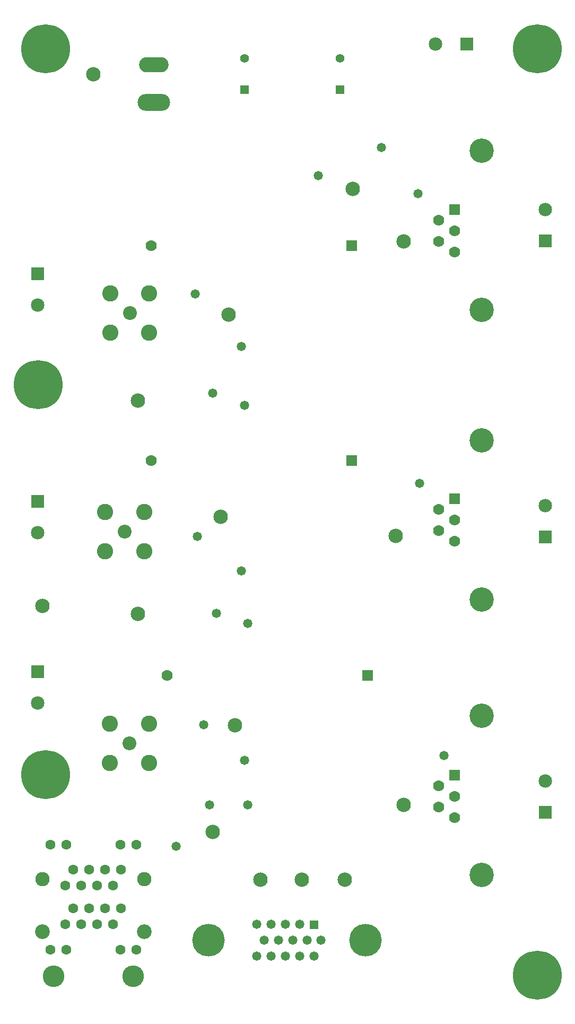
<source format=gbs>
G04*
G04 #@! TF.GenerationSoftware,Altium Limited,Altium Designer,21.2.2 (38)*
G04*
G04 Layer_Color=16711935*
%FSLAX25Y25*%
%MOIN*%
G70*
G04*
G04 #@! TF.SameCoordinates,792C9601-BB9D-439A-8D0C-CF73BBC84E9B*
G04*
G04*
G04 #@! TF.FilePolarity,Negative*
G04*
G01*
G75*
%ADD25C,0.09068*%
%ADD26C,0.10249*%
%ADD27C,0.08674*%
%ADD28C,0.15300*%
%ADD29R,0.07000X0.07000*%
%ADD30C,0.07000*%
%ADD31C,0.06300*%
%ADD32C,0.09200*%
%ADD33C,0.09000*%
%ADD34C,0.13600*%
%ADD35C,0.05600*%
%ADD36R,0.05600X0.05600*%
%ADD37C,0.20485*%
%ADD38C,0.05800*%
%ADD39R,0.05800X0.05800*%
%ADD40R,0.08477X0.08477*%
%ADD41C,0.08477*%
%ADD42R,0.08477X0.08477*%
%ADD43C,0.03800*%
%ADD44C,0.30800*%
%ADD45O,0.20485X0.10642*%
%ADD46O,0.18517X0.09658*%
%ADD47R,0.07000X0.07000*%
D25*
X800000Y184000D02*
D03*
X826000D02*
D03*
X853000D02*
D03*
X784000Y281000D02*
D03*
X663000Y356000D02*
D03*
X723000Y485000D02*
D03*
X780000Y539000D02*
D03*
X723000Y351000D02*
D03*
X890000Y585000D02*
D03*
X695000Y690000D02*
D03*
X775000Y412000D02*
D03*
X885000Y400000D02*
D03*
X890000Y231000D02*
D03*
X858000Y618000D02*
D03*
X770000Y214000D02*
D03*
D26*
X730323Y527677D02*
D03*
Y552323D02*
D03*
X705677D02*
D03*
Y527677D02*
D03*
X705354Y282146D02*
D03*
X730000D02*
D03*
Y257500D02*
D03*
X705354D02*
D03*
X702354Y415000D02*
D03*
X727000D02*
D03*
Y390354D02*
D03*
X702354D02*
D03*
D27*
X718000Y540000D02*
D03*
X717677Y269823D02*
D03*
X714677Y402677D02*
D03*
D28*
X939000Y187000D02*
D03*
Y287000D02*
D03*
Y542000D02*
D03*
Y642000D02*
D03*
Y460000D02*
D03*
Y360000D02*
D03*
D29*
X922000Y249772D02*
D03*
Y423386D02*
D03*
Y605000D02*
D03*
D30*
X912000Y243079D02*
D03*
X922000Y236386D02*
D03*
X912000Y229693D02*
D03*
X922000Y223000D02*
D03*
Y396614D02*
D03*
X912000Y403307D02*
D03*
X922000Y410000D02*
D03*
X912000Y416693D02*
D03*
X922000Y578228D02*
D03*
X912000Y584921D02*
D03*
X922000Y591614D02*
D03*
X912000Y598307D02*
D03*
X741500Y312500D02*
D03*
X731500Y447500D02*
D03*
X731500Y582500D02*
D03*
D31*
X677500Y156000D02*
D03*
X682500Y166000D02*
D03*
X687500Y156000D02*
D03*
X692500Y166000D02*
D03*
X697500Y156000D02*
D03*
X702500Y166000D02*
D03*
X707500Y156000D02*
D03*
X712500Y166000D02*
D03*
X677500Y180500D02*
D03*
X682500Y190500D02*
D03*
X687500Y180500D02*
D03*
X692500Y190500D02*
D03*
X697500Y180500D02*
D03*
X702500Y190500D02*
D03*
X707500Y180500D02*
D03*
X712500Y190500D02*
D03*
X668000Y206000D02*
D03*
X722000D02*
D03*
X678000D02*
D03*
X712000D02*
D03*
X668000Y140000D02*
D03*
X678000D02*
D03*
X712000D02*
D03*
X722000D02*
D03*
D32*
X663000Y151500D02*
D03*
X727000D02*
D03*
D33*
X663000Y184500D02*
D03*
X727000D02*
D03*
D34*
X670000Y123500D02*
D03*
X720000D02*
D03*
D35*
X790000Y700000D02*
D03*
X850000D02*
D03*
D36*
X790000Y680300D02*
D03*
X850000D02*
D03*
D37*
X767614Y146000D02*
D03*
X866000D02*
D03*
D38*
X838323D02*
D03*
X829346D02*
D03*
X820370D02*
D03*
X811394D02*
D03*
X802417D02*
D03*
X797929Y156000D02*
D03*
X806905D02*
D03*
X815882D02*
D03*
X824858D02*
D03*
X797929Y136000D02*
D03*
X806905D02*
D03*
X815882D02*
D03*
X824858D02*
D03*
X833835D02*
D03*
X876000Y644000D02*
D03*
X792000Y231000D02*
D03*
X788000Y378000D02*
D03*
X792000Y345000D02*
D03*
X760346Y399646D02*
D03*
X772400Y351400D02*
D03*
X759000Y552000D02*
D03*
X770075Y489825D02*
D03*
X788000Y519000D02*
D03*
X915494Y262000D02*
D03*
X790000Y482000D02*
D03*
Y259000D02*
D03*
X747000Y205000D02*
D03*
X900000Y433000D02*
D03*
X899000Y615000D02*
D03*
X836425Y626375D02*
D03*
X768200Y230900D02*
D03*
X764346Y281446D02*
D03*
D39*
X833756Y155842D02*
D03*
D40*
X929842Y709000D02*
D03*
D41*
X910157D02*
D03*
X979000Y246180D02*
D03*
Y419180D02*
D03*
Y605000D02*
D03*
X660000Y545157D02*
D03*
Y402157D02*
D03*
Y295158D02*
D03*
D42*
X979000Y226495D02*
D03*
Y399495D02*
D03*
Y585315D02*
D03*
X660000Y564843D02*
D03*
Y421842D02*
D03*
Y314843D02*
D03*
D43*
X974000Y135345D02*
D03*
X985250Y124094D02*
D03*
X974000Y112845D02*
D03*
X962750Y124094D02*
D03*
X964157Y130000D02*
D03*
X968095Y133937D02*
D03*
Y114252D02*
D03*
X983842Y118189D02*
D03*
X979906Y133937D02*
D03*
X964157Y118189D02*
D03*
X979906Y114252D02*
D03*
X983842Y130000D02*
D03*
X660500Y506250D02*
D03*
X671750Y495000D02*
D03*
X660500Y483750D02*
D03*
X649250Y495000D02*
D03*
X650658Y500906D02*
D03*
X654595Y504843D02*
D03*
Y485157D02*
D03*
X670342Y489094D02*
D03*
X666405Y504843D02*
D03*
X650658Y489094D02*
D03*
X666405Y485157D02*
D03*
X670342Y500906D02*
D03*
X665000Y261250D02*
D03*
X676250Y250000D02*
D03*
X665000Y238750D02*
D03*
X653750Y250000D02*
D03*
X655158Y255906D02*
D03*
X659094Y259842D02*
D03*
Y240158D02*
D03*
X674843Y244094D02*
D03*
X670905Y259842D02*
D03*
X655158Y244094D02*
D03*
X670905Y240158D02*
D03*
X674843Y255906D02*
D03*
X665000Y717250D02*
D03*
X676250Y706000D02*
D03*
X665000Y694750D02*
D03*
X653750Y706000D02*
D03*
X655158Y711905D02*
D03*
X659094Y715842D02*
D03*
Y696158D02*
D03*
X674843Y700095D02*
D03*
X670905Y715842D02*
D03*
X655158Y700095D02*
D03*
X670905Y696158D02*
D03*
X674843Y711905D02*
D03*
X974000Y717250D02*
D03*
X985250Y706000D02*
D03*
X974000Y694750D02*
D03*
X962750Y706000D02*
D03*
X964157Y711905D02*
D03*
X968095Y715842D02*
D03*
Y696158D02*
D03*
X983842Y700095D02*
D03*
X979906Y715842D02*
D03*
X964157Y700095D02*
D03*
X979906Y696158D02*
D03*
X983842Y711905D02*
D03*
D44*
X974000Y124094D02*
D03*
X660500Y495000D02*
D03*
X665000Y250000D02*
D03*
Y706000D02*
D03*
X974000D02*
D03*
D45*
X733000Y672378D02*
D03*
D46*
Y696000D02*
D03*
D47*
X867500Y312500D02*
D03*
X857500Y447500D02*
D03*
X857500Y582500D02*
D03*
M02*

</source>
